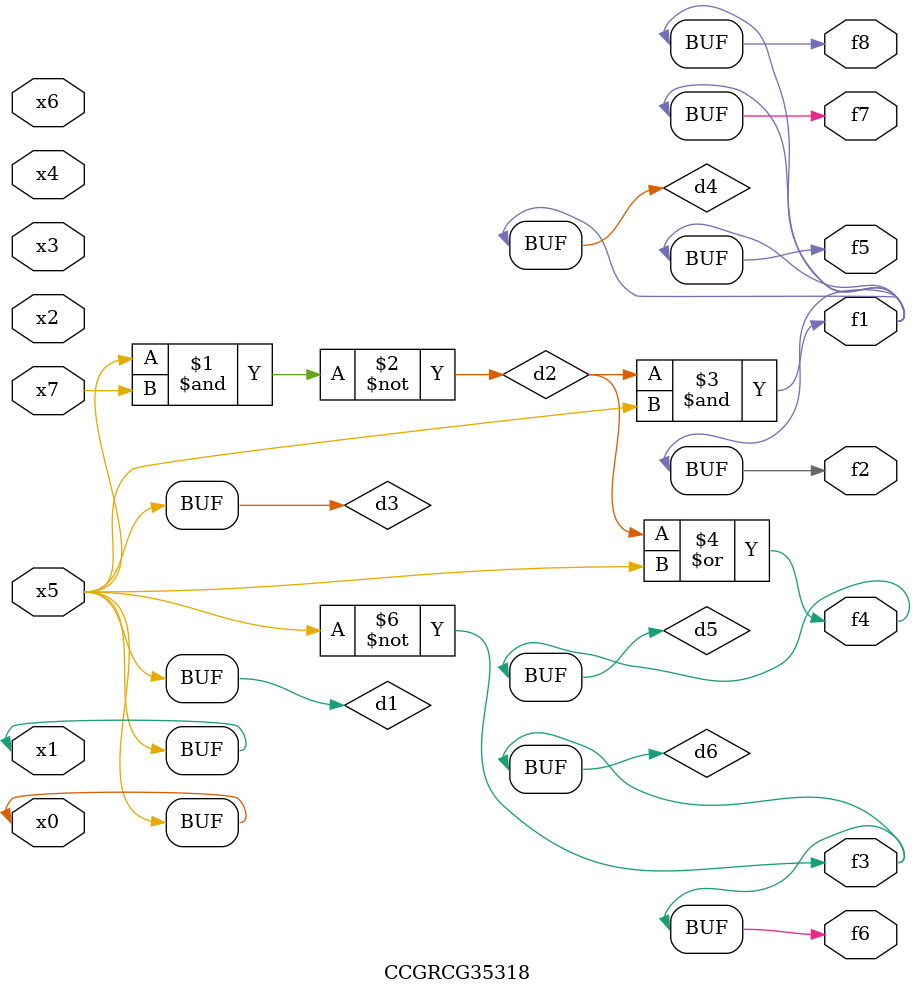
<source format=v>
module CCGRCG35318(
	input x0, x1, x2, x3, x4, x5, x6, x7,
	output f1, f2, f3, f4, f5, f6, f7, f8
);

	wire d1, d2, d3, d4, d5, d6;

	buf (d1, x0, x5);
	nand (d2, x5, x7);
	buf (d3, x0, x1);
	and (d4, d2, d3);
	or (d5, d2, d3);
	nor (d6, d1, d3);
	assign f1 = d4;
	assign f2 = d4;
	assign f3 = d6;
	assign f4 = d5;
	assign f5 = d4;
	assign f6 = d6;
	assign f7 = d4;
	assign f8 = d4;
endmodule

</source>
